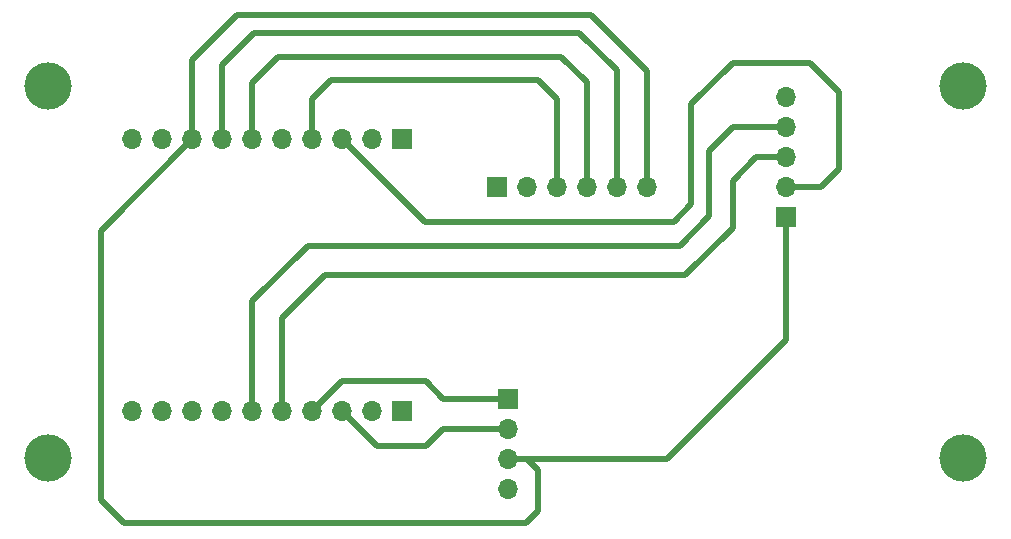
<source format=gbr>
%TF.GenerationSoftware,KiCad,Pcbnew,(5.1.6)-1*%
%TF.CreationDate,2021-07-17T16:45:05+03:00*%
%TF.ProjectId,gotek_ctrl,676f7465-6b5f-4637-9472-6c2e6b696361,rev?*%
%TF.SameCoordinates,Original*%
%TF.FileFunction,Copper,L1,Top*%
%TF.FilePolarity,Positive*%
%FSLAX46Y46*%
G04 Gerber Fmt 4.6, Leading zero omitted, Abs format (unit mm)*
G04 Created by KiCad (PCBNEW (5.1.6)-1) date 2021-07-17 16:45:05*
%MOMM*%
%LPD*%
G01*
G04 APERTURE LIST*
%TA.AperFunction,WasherPad*%
%ADD10C,4.000000*%
%TD*%
%TA.AperFunction,ComponentPad*%
%ADD11O,1.700000X1.700000*%
%TD*%
%TA.AperFunction,ComponentPad*%
%ADD12R,1.700000X1.700000*%
%TD*%
%TA.AperFunction,Conductor*%
%ADD13C,0.500000*%
%TD*%
G04 APERTURE END LIST*
D10*
%TO.P,HoleSW,*%
%TO.N,*%
X118000000Y-90000000D03*
%TD*%
%TO.P,HoleSE,*%
%TO.N,*%
X195500000Y-90000000D03*
%TD*%
%TO.P,HoleNE,*%
%TO.N,*%
X195500000Y-58500000D03*
%TD*%
%TO.P,HoleNW,*%
%TO.N,*%
X118000000Y-58500000D03*
%TD*%
D11*
%TO.P,,3V3*%
%TO.N,N/C*%
X168700000Y-67000000D03*
%TO.P,,CS*%
X166160000Y-67000000D03*
%TO.P,,MOSI*%
X163620000Y-67000000D03*
%TO.P,,CLK*%
X161080000Y-67000000D03*
%TO.P,,MISO*%
X158540000Y-67000000D03*
D12*
%TO.P,,GND*%
X156000000Y-67000000D03*
%TD*%
D11*
%TO.P,,GND*%
%TO.N,N/C*%
X180500000Y-59420000D03*
%TO.P,,S1*%
X180500000Y-61960000D03*
%TO.P,,S2*%
X180500000Y-64500000D03*
%TO.P,,KEY*%
X180500000Y-67040000D03*
D12*
%TO.P,,VCC*%
X180500000Y-69580000D03*
%TD*%
%TO.P,right side,TX*%
%TO.N,N/C*%
X148000000Y-86000000D03*
D11*
%TO.P,right side,RX*%
X145460000Y-86000000D03*
%TO.P,right side,22*%
X142920000Y-86000000D03*
%TO.P,right side,21*%
X140380000Y-86000000D03*
%TO.P,right side,17*%
X137840000Y-86000000D03*
%TO.P,right side,16*%
X135300000Y-86000000D03*
%TO.P,right side,GND*%
X132760000Y-86000000D03*
%TO.P,right side,VCC*%
X130220000Y-86000000D03*
%TO.P,right side,TD0*%
X127680000Y-86000000D03*
%TO.P,right side,SD0*%
X125140000Y-86000000D03*
%TD*%
%TO.P,left side,SD3*%
%TO.N,N/C*%
X125140000Y-63000000D03*
%TO.P,left side,TCK*%
X127680000Y-63000000D03*
%TO.P,left side,3V3*%
X130220000Y-63000000D03*
%TO.P,left side,5*%
X132760000Y-63000000D03*
%TO.P,left side,23*%
X135300000Y-63000000D03*
%TO.P,left side,19*%
X137840000Y-63000000D03*
%TO.P,left side,18*%
X140380000Y-63000000D03*
%TO.P,left side,26*%
X142920000Y-63000000D03*
%TO.P,left side,SVP*%
X145460000Y-63000000D03*
D12*
%TO.P,left side,RST*%
X148000000Y-63000000D03*
%TD*%
%TO.P,OLED_128x32,SDA*%
%TO.N,N/C*%
X157000000Y-85000000D03*
D11*
%TO.P,OLED_128x32,SCL*%
X157000000Y-87540000D03*
%TO.P,OLED_128x32,VCC*%
X157000000Y-90080000D03*
%TO.P,OLED_128x32,GND*%
X157000000Y-92620000D03*
%TD*%
D13*
%TO.N,*%
X130220000Y-63000000D02*
X122500000Y-70720000D01*
X122500000Y-70720000D02*
X122500000Y-93500000D01*
X122500000Y-93500000D02*
X124500000Y-95500000D01*
X124500000Y-95500000D02*
X158500000Y-95500000D01*
X158500000Y-95500000D02*
X159500000Y-94500000D01*
X159500000Y-94500000D02*
X159500000Y-91000000D01*
X158580000Y-90080000D02*
X157000000Y-90080000D01*
X159500000Y-91000000D02*
X158580000Y-90080000D01*
X157000000Y-85000000D02*
X151500000Y-85000000D01*
X151500000Y-85000000D02*
X150000000Y-83500000D01*
X142880000Y-83500000D02*
X140380000Y-86000000D01*
X150000000Y-83500000D02*
X142880000Y-83500000D01*
X157000000Y-87540000D02*
X151460000Y-87540000D01*
X151460000Y-87540000D02*
X150000000Y-89000000D01*
X145920000Y-89000000D02*
X142920000Y-86000000D01*
X150000000Y-89000000D02*
X145920000Y-89000000D01*
X130220000Y-56280000D02*
X130220000Y-63000000D01*
X164000000Y-52500000D02*
X134000000Y-52500000D01*
X168700000Y-67000000D02*
X168700000Y-57200000D01*
X134000000Y-52500000D02*
X130220000Y-56280000D01*
X168700000Y-57200000D02*
X164000000Y-52500000D01*
X166160000Y-67000000D02*
X166160000Y-57160000D01*
X166160000Y-57160000D02*
X163000000Y-54000000D01*
X163000000Y-54000000D02*
X135500000Y-54000000D01*
X132760000Y-56740000D02*
X132760000Y-63000000D01*
X135500000Y-54000000D02*
X132760000Y-56740000D01*
X163620000Y-67000000D02*
X163620000Y-58120000D01*
X163620000Y-58120000D02*
X161500000Y-56000000D01*
X161500000Y-56000000D02*
X137500000Y-56000000D01*
X135300000Y-58200000D02*
X135300000Y-63000000D01*
X137500000Y-56000000D02*
X135300000Y-58200000D01*
X161080000Y-67000000D02*
X161080000Y-59580000D01*
X161080000Y-59580000D02*
X159500000Y-58000000D01*
X159500000Y-58000000D02*
X142000000Y-58000000D01*
X140380000Y-59620000D02*
X140380000Y-63000000D01*
X142000000Y-58000000D02*
X140380000Y-59620000D01*
X176000000Y-56500000D02*
X182500000Y-56500000D01*
X182500000Y-56500000D02*
X185000000Y-59000000D01*
X142920000Y-63000000D02*
X149920000Y-70000000D01*
X171000000Y-70000000D02*
X172500000Y-68500000D01*
X172500000Y-68500000D02*
X172500000Y-60000000D01*
X149920000Y-70000000D02*
X171000000Y-70000000D01*
X172500000Y-60000000D02*
X176000000Y-56500000D01*
X185000000Y-59000000D02*
X185000000Y-65500000D01*
X183460000Y-67040000D02*
X180500000Y-67040000D01*
X185000000Y-65500000D02*
X183460000Y-67040000D01*
X157000000Y-90080000D02*
X170420000Y-90080000D01*
X180500000Y-80000000D02*
X180500000Y-69580000D01*
X170420000Y-90080000D02*
X180500000Y-80000000D01*
X135300000Y-76700000D02*
X135300000Y-86000000D01*
X140000000Y-72000000D02*
X135300000Y-76700000D01*
X176040000Y-61960000D02*
X174000000Y-64000000D01*
X174000000Y-69500000D02*
X171500000Y-72000000D01*
X171500000Y-72000000D02*
X140000000Y-72000000D01*
X174000000Y-64000000D02*
X174000000Y-69500000D01*
X180500000Y-61960000D02*
X176040000Y-61960000D01*
X180500000Y-64500000D02*
X178000000Y-64500000D01*
X178000000Y-64500000D02*
X176000000Y-66500000D01*
X176000000Y-66500000D02*
X176000000Y-70500000D01*
X176000000Y-70500000D02*
X172000000Y-74500000D01*
X172000000Y-74500000D02*
X141500000Y-74500000D01*
X137840000Y-78160000D02*
X137840000Y-86000000D01*
X141500000Y-74500000D02*
X137840000Y-78160000D01*
%TD*%
M02*

</source>
